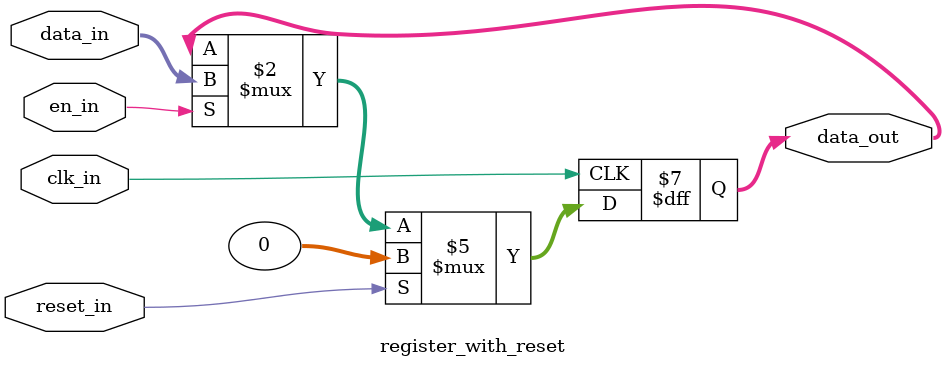
<source format=v>
`include "timescale.v" 

module register_with_reset(
									 data_in,
									 clk_in,
									 reset_in,
									 en_in,
									 data_out
								  );
parameter BUS_WIDTH = 32;

input [BUS_WIDTH-1:0] data_in;
input clk_in;
input en_in;
input reset_in;
output [BUS_WIDTH-1:0] data_out;

reg [BUS_WIDTH-1:0] data_out;

always@(posedge clk_in)
begin
	if(reset_in)
	begin
		data_out <= 0;
	end
	else if(en_in)
	begin
		data_out <= data_in;
	end
end

endmodule

</source>
